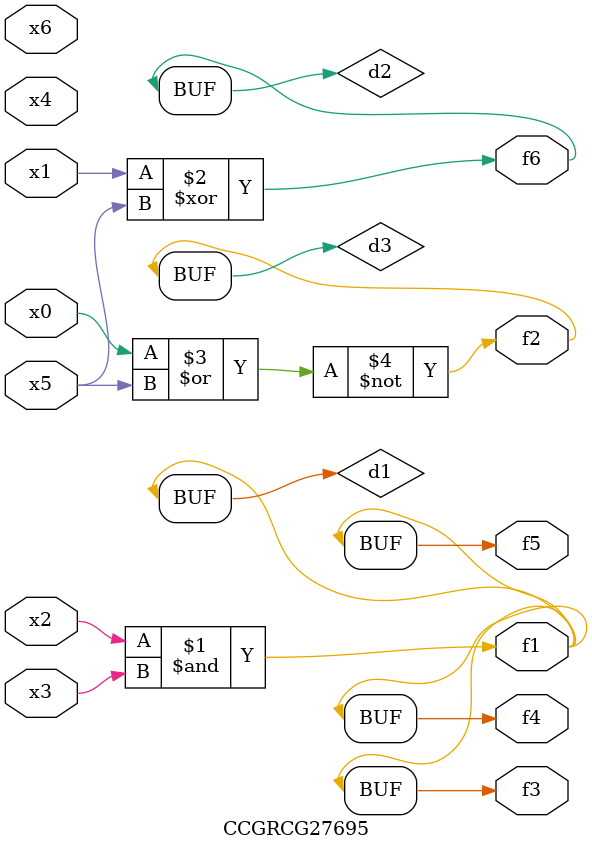
<source format=v>
module CCGRCG27695(
	input x0, x1, x2, x3, x4, x5, x6,
	output f1, f2, f3, f4, f5, f6
);

	wire d1, d2, d3;

	and (d1, x2, x3);
	xor (d2, x1, x5);
	nor (d3, x0, x5);
	assign f1 = d1;
	assign f2 = d3;
	assign f3 = d1;
	assign f4 = d1;
	assign f5 = d1;
	assign f6 = d2;
endmodule

</source>
